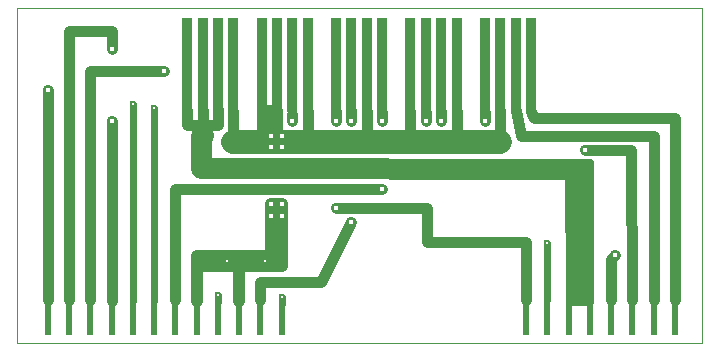
<source format=gbr>
%FSLAX34Y34*%
%MOMM*%
%LNSILK_TOP*%
G71*
G01*
%ADD10C, 0.00*%
%ADD11R, 0.60X3.00*%
%ADD12C, 0.90*%
%ADD13C, 1.80*%
%ADD14C, 2.00*%
%ADD15C, 1.00*%
%ADD16C, 0.90*%
%ADD17C, 0.60*%
%ADD18C, 0.60*%
%ADD19C, 0.80*%
%ADD20R, 0.90X8.00*%
%ADD21C, 0.40*%
%ADD22C, 0.30*%
%LPD*%
G54D10*
X-580000Y283000D02*
X0Y283000D01*
X0Y0D01*
X-580000Y0D01*
X-580000Y283000D01*
X-554000Y21000D02*
G54D11*
D03*
X-149000Y21000D02*
G54D11*
D03*
X-536000Y21000D02*
G54D11*
D03*
X-518000Y21000D02*
G54D11*
D03*
X-500000Y21000D02*
G54D11*
D03*
X-482000Y21000D02*
G54D11*
D03*
X-464000Y21000D02*
G54D11*
D03*
X-446000Y21000D02*
G54D11*
D03*
X-428000Y21000D02*
G54D11*
D03*
X-410000Y21000D02*
G54D11*
D03*
X-392000Y21000D02*
G54D11*
D03*
X-374000Y21000D02*
G54D11*
D03*
X-356000Y21000D02*
G54D11*
D03*
X-131000Y21000D02*
G54D11*
D03*
X-113000Y21000D02*
G54D11*
D03*
X-95000Y21000D02*
G54D11*
D03*
X-77000Y21000D02*
G54D11*
D03*
X-59000Y21000D02*
G54D11*
D03*
X-41000Y21000D02*
G54D11*
D03*
X-23000Y21000D02*
G54D11*
D03*
G54D12*
X-436000Y197000D02*
X-436000Y184000D01*
X-410000Y184000D01*
X-410000Y198000D01*
G54D12*
X-423000Y197000D02*
X-423000Y176000D01*
G54D13*
X-104000Y44000D02*
X-104000Y147000D01*
X-424000Y148000D01*
X-424000Y175000D01*
X-423000Y176000D01*
G54D14*
X-397000Y170000D02*
X-171000Y170000D01*
G54D12*
X-397000Y196000D02*
X-397000Y170000D01*
G54D12*
X-334000Y196000D02*
X-334000Y171000D01*
G54D12*
X-284000Y196000D02*
X-284000Y171000D01*
G54D12*
X-247000Y196000D02*
X-247000Y171000D01*
G54D12*
X-208000Y196000D02*
X-208000Y171000D01*
G54D12*
X-171000Y197000D02*
X-171000Y170000D01*
G54D12*
X-373000Y197000D02*
X-373000Y171000D01*
X-360000Y171000D01*
X-360000Y197000D01*
X-373000Y197000D01*
G54D12*
X-367000Y197000D02*
X-367000Y171000D01*
G54D15*
X-392000Y35000D02*
X-392000Y73000D01*
X-365000Y73000D01*
X-365000Y117000D01*
G54D15*
X-365000Y117000D02*
X-356000Y117000D01*
G54D12*
X-347000Y194000D02*
X-347000Y188000D01*
G54D12*
X-500000Y188000D02*
X-500000Y35000D01*
X-500000Y188000D02*
G54D16*
D03*
X-347000Y188000D02*
G54D16*
D03*
G54D15*
X-428000Y35000D02*
X-428000Y65000D01*
X-356000Y65000D01*
X-356000Y117000D01*
G54D15*
X-393000Y73000D02*
X-428000Y73000D01*
X-428000Y64000D01*
G54D17*
X-95000Y34000D02*
X-95000Y153000D01*
X-114000Y153000D01*
X-113000Y34000D01*
X-95000Y34000D01*
G54D12*
X-310000Y196000D02*
X-310000Y188000D01*
G54D12*
X-297000Y188000D02*
X-297000Y197000D01*
G54D12*
X-310000Y114000D02*
X-233000Y114000D01*
X-233000Y85000D01*
X-149000Y85000D01*
X-149000Y36000D01*
G54D12*
X-297000Y102000D02*
X-323000Y51000D01*
X-374000Y51000D01*
X-374000Y36000D01*
G54D17*
X-356000Y33000D02*
X-356000Y39000D01*
X-356000Y39000D02*
G54D18*
D03*
G54D12*
X-271000Y195000D02*
X-271000Y188000D01*
G54D12*
X-271000Y130000D02*
X-446000Y130000D01*
X-446000Y36000D01*
X-271000Y188000D02*
G54D16*
D03*
X-271000Y130000D02*
G54D16*
D03*
G54D12*
X-145000Y195000D02*
X-142000Y190000D01*
X-23000Y190000D01*
X-23000Y36000D01*
G54D12*
X-41000Y36000D02*
X-41000Y175000D01*
X-153000Y175000D01*
X-158000Y197000D01*
G54D12*
X-184000Y188000D02*
X-184000Y195000D01*
X-184000Y188000D02*
G54D16*
D03*
G54D12*
X-536000Y36000D02*
X-536000Y264000D01*
X-500000Y264000D01*
X-500000Y248428D01*
X-499786Y248214D01*
X-500000Y248428D02*
G54D19*
D03*
G54D12*
X-234000Y195000D02*
X-234000Y188000D01*
G54D12*
X-221000Y196000D02*
X-221000Y188000D01*
X-234000Y188000D02*
G54D16*
D03*
X-221000Y188000D02*
G54D16*
D03*
G54D12*
X-518000Y36000D02*
X-518000Y230000D01*
X-456000Y230000D01*
X-456000Y230000D02*
G54D16*
D03*
G54D12*
X-554000Y214000D02*
X-554000Y36000D01*
X-554000Y214000D02*
G54D16*
D03*
X-310000Y188000D02*
G54D16*
D03*
G54D12*
X-77000Y36000D02*
X-77000Y71000D01*
X-74000Y74000D01*
X-73959Y74041D02*
G54D16*
D03*
G54D12*
X-99000Y163000D02*
X-60000Y163000D01*
X-59000Y36000D01*
X-98959Y163041D02*
G54D16*
D03*
G54D17*
X-131000Y36000D02*
X-131000Y84000D01*
X-370000Y69000D02*
G54D18*
D03*
X-131000Y84000D02*
G54D18*
D03*
X-402000Y69000D02*
G54D18*
D03*
G54D17*
X-410000Y34000D02*
X-410000Y40000D01*
X-410000Y40000D02*
G54D18*
D03*
G54D17*
X-482000Y35000D02*
X-482000Y202000D01*
X-482000Y202000D02*
G54D18*
D03*
G54D17*
X-464000Y35000D02*
X-464000Y199000D01*
X-464000Y199000D02*
G54D18*
D03*
X-297000Y188000D02*
G54D16*
D03*
X-310000Y114000D02*
G54D16*
D03*
X-297000Y102000D02*
G54D16*
D03*
X-365000Y175000D02*
G54D16*
D03*
X-356000Y175000D02*
G54D16*
D03*
X-365000Y166000D02*
G54D16*
D03*
X-356000Y166000D02*
G54D16*
D03*
X-365000Y107000D02*
G54D16*
D03*
X-356000Y107000D02*
G54D16*
D03*
X-365000Y117000D02*
G54D16*
D03*
X-356000Y117000D02*
G54D16*
D03*
X-145000Y235000D02*
G54D20*
D03*
X-158000Y235000D02*
G54D20*
D03*
X-171000Y235000D02*
G54D20*
D03*
X-184000Y235000D02*
G54D20*
D03*
X-208000Y235000D02*
G54D20*
D03*
X-221000Y235000D02*
G54D20*
D03*
X-234000Y235000D02*
G54D20*
D03*
X-247000Y235000D02*
G54D20*
D03*
X-271000Y235000D02*
G54D20*
D03*
X-284000Y235000D02*
G54D20*
D03*
X-297000Y235000D02*
G54D20*
D03*
X-310000Y235000D02*
G54D20*
D03*
X-334000Y235000D02*
G54D20*
D03*
X-347000Y235000D02*
G54D20*
D03*
X-360000Y235000D02*
G54D20*
D03*
X-373000Y235000D02*
G54D20*
D03*
X-397000Y235000D02*
G54D20*
D03*
X-410000Y235000D02*
G54D20*
D03*
X-423000Y235000D02*
G54D20*
D03*
X-436000Y235000D02*
G54D20*
D03*
%LNAUGENFREISTANZEN*%
%LPC*%
X-395000Y110000D02*
G54D14*
D03*
X-186000Y110000D02*
G54D14*
D03*
X-500000Y188000D02*
G54D21*
D03*
X-347000Y188000D02*
G54D21*
D03*
X-356000Y39000D02*
G54D22*
D03*
X-271000Y188000D02*
G54D21*
D03*
X-271000Y130000D02*
G54D21*
D03*
X-184000Y188000D02*
G54D21*
D03*
X-500000Y248428D02*
G54D21*
D03*
X-234000Y188000D02*
G54D21*
D03*
X-221000Y188000D02*
G54D21*
D03*
X-456000Y230000D02*
G54D21*
D03*
X-554000Y214000D02*
G54D21*
D03*
X-310000Y188000D02*
G54D21*
D03*
X-73959Y74041D02*
G54D21*
D03*
X-98959Y163041D02*
G54D21*
D03*
X-370000Y69000D02*
G54D22*
D03*
X-131000Y84000D02*
G54D22*
D03*
X-402000Y69000D02*
G54D22*
D03*
X-410000Y40000D02*
G54D22*
D03*
X-482000Y202000D02*
G54D22*
D03*
X-464000Y199000D02*
G54D22*
D03*
X-297000Y188000D02*
G54D21*
D03*
X-310000Y114000D02*
G54D21*
D03*
X-297000Y102000D02*
G54D21*
D03*
X-365000Y175000D02*
G54D21*
D03*
X-356000Y175000D02*
G54D21*
D03*
X-365000Y166000D02*
G54D21*
D03*
X-356000Y166000D02*
G54D21*
D03*
X-365000Y107000D02*
G54D21*
D03*
X-356000Y107000D02*
G54D21*
D03*
X-365000Y117000D02*
G54D21*
D03*
X-356000Y117000D02*
G54D21*
D03*
M02*

</source>
